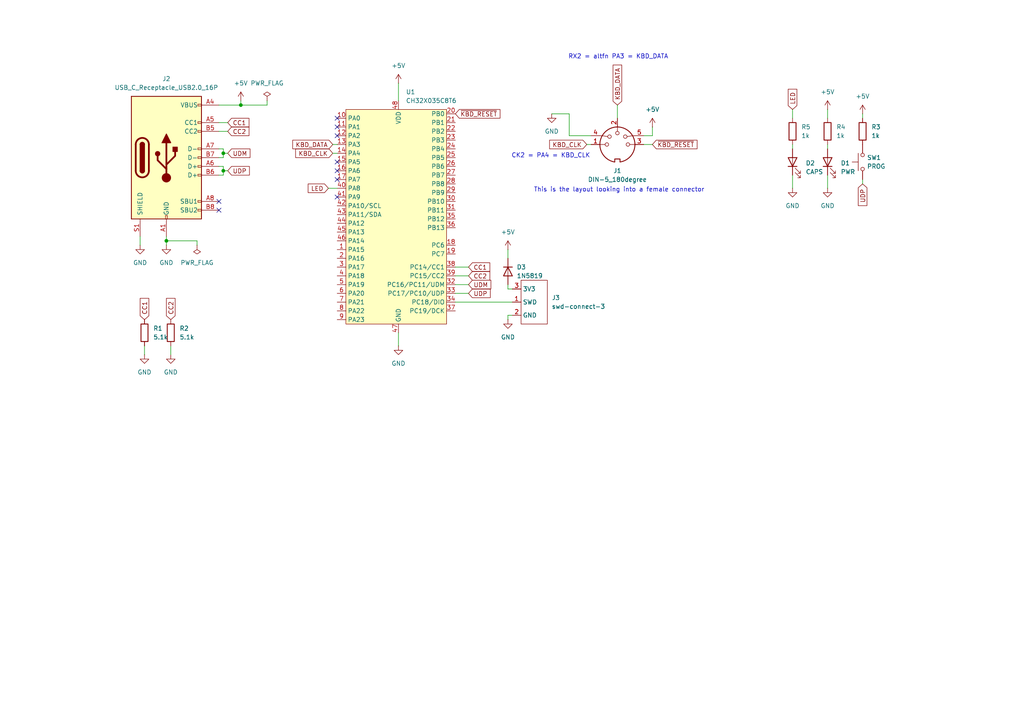
<source format=kicad_sch>
(kicad_sch (version 20250114) (generator "eeschema") (generator_version "9.0")
  (paper "A4")
  (lib_symbols
    (symbol "CH32X035C8T6:CH32X035C8T6"
      (property "Reference" "U" (at -12.7 29.464 0))
      (property "Value" "CH32X035C8T6" (at 0 0 0))
      (symbol "CH32X035C8T6_0_0"
        (pin unspecified line (at -17.78 21.59 0) (length 2.54) (name "PA0") (number "10"))
        (pin unspecified line (at -17.78 19.05 0) (length 2.54) (name "PA1") (number "11"))
        (pin unspecified line (at -17.78 16.51 0) (length 2.54) (name "PA2") (number "12"))
        (pin unspecified line (at -17.78 13.97 0) (length 2.54) (name "PA3") (number "13"))
        (pin unspecified line (at -17.78 11.43 0) (length 2.54) (name "PA4") (number "14"))
        (pin unspecified line (at -17.78 8.89 0) (length 2.54) (name "PA5") (number "15"))
        (pin unspecified line (at -17.78 6.35 0) (length 2.54) (name "PA6") (number "16"))
        (pin unspecified line (at -17.78 3.81 0) (length 2.54) (name "PA7") (number "17"))
        (pin unspecified line (at -17.78 1.27 0) (length 2.54) (name "PA8") (number "40"))
        (pin unspecified line (at -17.78 -1.27 0) (length 2.54) (name "PA9") (number "41"))
        (pin unspecified line (at -17.78 -3.81 0) (length 2.54) (name "PA10/SCL") (number "42"))
        (pin unspecified line (at -17.78 -8.89 0) (length 2.54) (name "PA12") (number "44"))
        (pin unspecified line (at -17.78 -11.43 0) (length 2.54) (name "PA13") (number "45"))
        (pin unspecified line (at -17.78 -13.97 0) (length 2.54) (name "PA14") (number "46"))
        (pin bidirectional line (at -17.78 -16.51 0) (length 2.54) (name "PA15") (number "1"))
        (pin bidirectional line (at -17.78 -19.05 0) (length 2.54) (name "PA16") (number "2"))
        (pin bidirectional line (at -17.78 -21.59 0) (length 2.54) (name "PA17") (number "3"))
        (pin bidirectional line (at -17.78 -24.13 0) (length 2.54) (name "PA18") (number "4"))
        (pin bidirectional line (at -17.78 -26.67 0) (length 2.54) (name "PA19") (number "5"))
        (pin bidirectional line (at -17.78 -29.21 0) (length 2.54) (name "PA20") (number "6"))
        (pin bidirectional line (at -17.78 -31.75 0) (length 2.54) (name "PA21") (number "7"))
        (pin unspecified line (at -17.78 -34.29 0) (length 2.54) (name "PA22") (number "8"))
        (pin unspecified line (at -17.78 -36.83 0) (length 2.54) (name "PA23") (number "9"))
        (pin power_in line (at 0 26.67 270) (length 2.54) (name "VDD") (number "48"))
        (pin power_in line (at 0 -40.64 90) (length 2.54) (name "GND") (number "47"))
        (pin unspecified line (at 16.51 22.86 180) (length 2.54) (name "PB0") (number "20"))
        (pin unspecified line (at 16.51 20.32 180) (length 2.54) (name "PB1") (number "21"))
        (pin unspecified line (at 16.51 17.78 180) (length 2.54) (name "PB2") (number "22"))
        (pin unspecified line (at 16.51 15.24 180) (length 2.54) (name "PB3") (number "23"))
        (pin unspecified line (at 16.51 12.7 180) (length 2.54) (name "PB4") (number "24"))
        (pin input line (at 16.51 10.16 180) (length 2.54) (name "PB5") (number "25"))
        (pin unspecified line (at 16.51 7.62 180) (length 2.54) (name "PB6") (number "26"))
        (pin unspecified line (at 16.51 5.08 180) (length 2.54) (name "PB7") (number "27"))
        (pin unspecified line (at 16.51 2.54 180) (length 2.54) (name "PB8") (number "28"))
        (pin unspecified line (at 16.51 0 180) (length 2.54) (name "PB9") (number "29"))
        (pin unspecified line (at 16.51 -2.54 180) (length 2.54) (name "PB10") (number "30"))
        (pin unspecified line (at 16.51 -5.08 180) (length 2.54) (name "PB11") (number "31"))
        (pin unspecified line (at 16.51 -7.62 180) (length 2.54) (name "PB12") (number "35"))
        (pin unspecified line (at 16.51 -10.16 180) (length 2.54) (name "PB13") (number "36"))
        (pin unspecified line (at 16.51 -15.24 180) (length 2.54) (name "PC6") (number "18"))
        (pin unspecified line (at 16.51 -17.78 180) (length 2.54) (name "PC7") (number "19"))
        (pin unspecified line (at 16.51 -21.59 180) (length 2.54) (name "PC14/CC1") (number "38"))
        (pin unspecified line (at 16.51 -24.13 180) (length 2.54) (name "PC15/CC2") (number "39"))
        (pin unspecified line (at 16.51 -26.67 180) (length 2.54) (name "PC16/PC11/UDM") (number "32"))
        (pin unspecified line (at 16.51 -29.21 180) (length 2.54) (name "PC17/PC10/UDP") (number "33"))
        (pin unspecified line (at 16.51 -31.75 180) (length 2.54) (name "PC18/DIO") (number "34"))
        (pin unspecified line (at 16.51 -34.29 180) (length 2.54) (name "PC19/DCK") (number "37"))
      )
      (symbol "CH32X035C8T6_1_0"
        (pin unspecified line (at -17.78 -6.35 0) (length 2.54) (name "PA11/SDA") (number "43"))
      )
      (symbol "CH32X035C8T6_1_1"
        (rectangle (start -15.24 24.13) (end 13.97 -38.1) (fill (type background)))
      )
    )
    (symbol "Connector:DIN-5_180degree" (pin_names (offset 1.016))
      (property "Reference" "J" (at 3.175 5.715 0))
      (property "Value" "DIN-5_180degree" (at 0 -6.35 0))
      (symbol "DIN-5_180degree_0_1"
        (polyline (pts (xy -5.08 2.54) (xy -4.318 2.54) (xy -2.794 2.286)))
        (polyline (pts (xy -5.08 0) (xy -3.556 0)))
        (circle (center -3.048 0) (radius 0.508))
        (circle (center -2.286 2.286) (radius 0.508))
        (polyline (pts (xy -0.762 -4.953) (xy -0.762 -4.191) (xy 0.762 -4.191) (xy 0.762 -4.953)) (stroke (width 0.254)))
        (arc (start 5.08 0) (mid 3.8673 -3.3444) (end 0.762 -5.08) (stroke (width 0.254)))
        (polyline (pts (xy 0 5.08) (xy 0 3.81)))
        (circle (center 0 3.302) (radius 0.508))
        (arc (start -5.08 0) (mid 0 5.0579) (end 5.08 0) (stroke (width 0.254)))
        (arc (start -0.762 -5.08) (mid -3.8597 -3.3379) (end -5.08 0) (stroke (width 0.254)))
        (circle (center 2.286 2.286) (radius 0.508))
        (circle (center 3.048 0) (radius 0.508))
        (polyline (pts (xy 5.08 2.54) (xy 4.318 2.54) (xy 2.794 2.286)))
        (polyline (pts (xy 5.08 0) (xy 3.556 0)))
      )
      (symbol "DIN-5_180degree_1_1"
        (pin passive line (at -7.62 2.54 0) (length 2.54) (name "~") (number "4"))
        (pin passive line (at -7.62 0 0) (length 2.54) (name "~") (number "1"))
        (pin passive line (at 0 7.62 270) (length 2.54) (name "~") (number "2"))
        (pin passive line (at 7.62 2.54 180) (length 2.54) (name "~") (number "5"))
        (pin passive line (at 7.62 0 180) (length 2.54) (name "~") (number "3"))
      )
    )
    (symbol "Connector:USB_C_Receptacle_USB2.0_16P" (pin_names (offset 1.016))
      (property "Reference" "J" (at 0 22.225 0))
      (property "Value" "USB_C_Receptacle_USB2.0_16P" (at 0 19.685 0))
      (symbol "USB_C_Receptacle_USB2.0_16P_0_0"
        (rectangle (start -0.254 -17.78) (end 0.254 -16.764))
        (rectangle (start 10.16 15.494) (end 9.144 14.986))
        (rectangle (start 10.16 10.414) (end 9.144 9.906))
        (rectangle (start 10.16 7.874) (end 9.144 7.366))
        (rectangle (start 10.16 2.794) (end 9.144 2.286))
        (rectangle (start 10.16 0.254) (end 9.144 -0.254))
        (rectangle (start 10.16 -2.286) (end 9.144 -2.794))
        (rectangle (start 10.16 -4.826) (end 9.144 -5.334))
        (rectangle (start 10.16 -12.446) (end 9.144 -12.954))
        (rectangle (start 10.16 -14.986) (end 9.144 -15.494))
      )
      (symbol "USB_C_Receptacle_USB2.0_16P_0_1"
        (rectangle (start -10.16 17.78) (end 10.16 -17.78) (stroke (width 0.254)) (fill (type background)))
        (polyline (pts (xy -8.89 -3.81) (xy -8.89 3.81)) (stroke (width 0.508)))
        (rectangle (start -7.62 -3.81) (end -6.35 3.81) (stroke (width 0.254)) (fill (type outline)))
        (arc (start -7.62 3.81) (mid -6.985 4.4423) (end -6.35 3.81) (stroke (width 0.254)))
        (arc (start -7.62 3.81) (mid -6.985 4.4423) (end -6.35 3.81) (stroke (width 0.254)) (fill (type outline)))
        (arc (start -8.89 3.81) (mid -6.985 5.7067) (end -5.08 3.81) (stroke (width 0.508)))
        (arc (start -5.08 -3.81) (mid -6.985 -5.7067) (end -8.89 -3.81) (stroke (width 0.508)))
        (arc (start -6.35 -3.81) (mid -6.985 -4.4423) (end -7.62 -3.81) (stroke (width 0.254)))
        (arc (start -6.35 -3.81) (mid -6.985 -4.4423) (end -7.62 -3.81) (stroke (width 0.254)) (fill (type outline)))
        (polyline (pts (xy -5.08 3.81) (xy -5.08 -3.81)) (stroke (width 0.508)))
        (circle (center -2.54 1.143) (radius 0.635) (stroke (width 0.254)) (fill (type outline)))
        (polyline (pts (xy -1.27 4.318) (xy 0 6.858) (xy 1.27 4.318) (xy -1.27 4.318)) (stroke (width 0.254)) (fill (type outline)))
        (polyline (pts (xy 0 -2.032) (xy 2.54 0.508) (xy 2.54 1.778)) (stroke (width 0.508)))
        (polyline (pts (xy 0 -3.302) (xy -2.54 -0.762) (xy -2.54 0.508)) (stroke (width 0.508)))
        (polyline (pts (xy 0 -5.842) (xy 0 4.318)) (stroke (width 0.508)))
        (circle (center 0 -5.842) (radius 1.27) (fill (type outline)))
        (rectangle (start 1.905 1.778) (end 3.175 3.048) (stroke (width 0.254)) (fill (type outline)))
      )
      (symbol "USB_C_Receptacle_USB2.0_16P_1_1"
        (pin passive line (at -7.62 -22.86 90) (length 5.08) (name "SHIELD") (number "S1"))
        (pin passive line (at 0 -22.86 90) (length 5.08) (name "GND") (number "A1"))
        (pin passive line (at 0 -22.86 90) (length 5.08) (hide yes) (name "GND") (number "A12"))
        (pin passive line (at 0 -22.86 90) (length 5.08) (hide yes) (name "GND") (number "B1"))
        (pin passive line (at 0 -22.86 90) (length 5.08) (hide yes) (name "GND") (number "B12"))
        (pin passive line (at 15.24 15.24 180) (length 5.08) (name "VBUS") (number "A4"))
        (pin passive line (at 15.24 15.24 180) (length 5.08) (hide yes) (name "VBUS") (number "A9"))
        (pin passive line (at 15.24 15.24 180) (length 5.08) (hide yes) (name "VBUS") (number "B4"))
        (pin passive line (at 15.24 15.24 180) (length 5.08) (hide yes) (name "VBUS") (number "B9"))
        (pin bidirectional line (at 15.24 10.16 180) (length 5.08) (name "CC1") (number "A5"))
        (pin bidirectional line (at 15.24 7.62 180) (length 5.08) (name "CC2") (number "B5"))
        (pin bidirectional line (at 15.24 2.54 180) (length 5.08) (name "D-") (number "A7"))
        (pin bidirectional line (at 15.24 0 180) (length 5.08) (name "D-") (number "B7"))
        (pin bidirectional line (at 15.24 -2.54 180) (length 5.08) (name "D+") (number "A6"))
        (pin bidirectional line (at 15.24 -5.08 180) (length 5.08) (name "D+") (number "B6"))
        (pin bidirectional line (at 15.24 -12.7 180) (length 5.08) (name "SBU1") (number "A8"))
        (pin bidirectional line (at 15.24 -15.24 180) (length 5.08) (name "SBU2") (number "B8"))
      )
    )
    (symbol "Device:D" (pin_numbers (hide yes)) (pin_names (offset 1.016) (hide yes))
      (property "Reference" "D" (at 0 2.54 0))
      (property "Value" "D" (at 0 -2.54 0))
      (symbol "D_0_1"
        (polyline (pts (xy -1.27 1.27) (xy -1.27 -1.27)) (stroke (width 0.254)))
        (polyline (pts (xy 1.27 1.27) (xy 1.27 -1.27) (xy -1.27 0) (xy 1.27 1.27)) (stroke (width 0.254)))
        (polyline (pts (xy 1.27 0) (xy -1.27 0)))
      )
      (symbol "D_1_1"
        (pin passive line (at -3.81 0 0) (length 2.54) (name "K") (number "1"))
        (pin passive line (at 3.81 0 180) (length 2.54) (name "A") (number "2"))
      )
    )
    (symbol "Device:LED" (pin_numbers (hide yes)) (pin_names (offset 1.016) (hide yes))
      (property "Reference" "D" (at 0 2.54 0))
      (property "Value" "LED" (at 0 -2.54 0))
      (symbol "LED_0_1"
        (polyline (pts (xy -3.048 -0.762) (xy -4.572 -2.286) (xy -3.81 -2.286) (xy -4.572 -2.286) (xy -4.572 -1.524)))
        (polyline (pts (xy -1.778 -0.762) (xy -3.302 -2.286) (xy -2.54 -2.286) (xy -3.302 -2.286) (xy -3.302 -1.524)))
        (polyline (pts (xy -1.27 0) (xy 1.27 0)))
        (polyline (pts (xy -1.27 -1.27) (xy -1.27 1.27)) (stroke (width 0.254)))
        (polyline (pts (xy 1.27 -1.27) (xy 1.27 1.27) (xy -1.27 0) (xy 1.27 -1.27)) (stroke (width 0.254)))
      )
      (symbol "LED_1_1"
        (pin passive line (at -3.81 0 0) (length 2.54) (name "K") (number "1"))
        (pin passive line (at 3.81 0 180) (length 2.54) (name "A") (number "2"))
      )
    )
    (symbol "Device:R" (pin_numbers (hide yes)) (pin_names (offset 0))
      (property "Reference" "R" (at 2.032 0 90))
      (property "Value" "R" (at 0 0 90))
      (symbol "R_0_1"
        (rectangle (start -1.016 -2.54) (end 1.016 2.54) (stroke (width 0.254)))
      )
      (symbol "R_1_1"
        (pin passive line (at 0 3.81 270) (length 1.27) (name "~") (number "1"))
        (pin passive line (at 0 -3.81 90) (length 1.27) (name "~") (number "2"))
      )
    )
    (symbol "Switch:SW_Push" (pin_numbers (hide yes)) (pin_names (offset 1.016) (hide yes))
      (property "Reference" "SW" (at 1.27 2.54 0))
      (property "Value" "SW_Push" (at 0 -1.524 0))
      (symbol "SW_Push_0_1"
        (circle (center -2.032 0) (radius 0.508))
        (polyline (pts (xy 0 1.27) (xy 0 3.048)))
        (circle (center 2.032 0) (radius 0.508))
        (polyline (pts (xy 2.54 1.27) (xy -2.54 1.27)))
        (pin passive line (at -5.08 0 0) (length 2.54) (name "1") (number "1"))
        (pin passive line (at 5.08 0 180) (length 2.54) (name "2") (number "2"))
      )
    )
    (symbol "power:+5V" (power) (pin_numbers (hide yes)) (pin_names (offset 0) (hide yes))
      (property "Value" "+5V" (at 0 3.556 0))
      (symbol "+5V_0_1"
        (polyline (pts (xy -0.762 1.27) (xy 0 2.54)))
        (polyline (pts (xy 0 2.54) (xy 0.762 1.27)))
        (polyline (pts (xy 0 0) (xy 0 2.54)))
      )
      (symbol "+5V_1_1"
        (pin power_in line (at 0 0 90) (length 0) (name "~") (number "1"))
      )
    )
    (symbol "power:GND" (power) (pin_numbers (hide yes)) (pin_names (offset 0) (hide yes))
      (property "Value" "GND" (at 0 -3.81 0))
      (symbol "GND_0_1"
        (polyline (pts (xy 0 0) (xy 0 -1.27) (xy 1.27 -1.27) (xy 0 -2.54) (xy -1.27 -1.27) (xy 0 -1.27)))
      )
      (symbol "GND_1_1"
        (pin power_in line (at 0 0 270) (length 0) (name "~") (number "1"))
      )
    )
    (symbol "power:PWR_FLAG" (power) (pin_numbers (hide yes)) (pin_names (offset 0) (hide yes))
      (property "Value" "PWR_FLAG" (at 0 3.81 0))
      (symbol "PWR_FLAG_0_0"
        (pin power_out line (at 0 0 90) (length 0) (name "~") (number "1"))
      )
      (symbol "PWR_FLAG_0_1"
        (polyline (pts (xy 0 0) (xy 0 1.27) (xy -1.016 1.905) (xy 0 2.54) (xy 1.016 1.905) (xy 0 1.27)))
      )
    )
    (symbol "swd-connect:swd-connect-3" (in_bom no)
      (property "Reference" "J" (at 0 7.62 0))
      (property "Value" "swd-connect-3" (at 0 -7.62 0))
      (symbol "swd-connect-3_0_1"
        (rectangle (start -3.81 6.35) (end 3.81 -6.35))
      )
      (symbol "swd-connect-3_1_1"
        (pin unspecified line (at -6.35 3.81 0) (length 2.54) (name "3V3") (number "3"))
        (pin unspecified line (at -6.35 0 0) (length 2.54) (name "SWD") (number "1"))
        (pin unspecified line (at -6.35 -3.81 0) (length 2.54) (name "GND") (number "2"))
      )
    )
  )
  (text "RX2 = altfn PA3 = KBD_DATA" (at 179.324 16.51 0) (effects (font (size 1.27 1.27))))
  (text "CK2 = PA4 = KBD_CLK" (at 159.766 45.212 0) (effects (font (size 1.27 1.27))))
  (text "This is the layout looking into a female connector" (at 179.578 55.118 0) (effects (font (size 1.27 1.27))))
  (junction (at 69.85 30.48))
  (junction (at 64.77 44.45))
  (junction (at 64.77 49.53))
  (junction (at 48.26 69.85))
  (no_connect (at 97.79 46.99))
  (no_connect (at 97.79 49.53))
  (no_connect (at 97.79 57.15))
  (no_connect (at 97.79 34.29))
  (no_connect (at 97.79 36.83))
  (no_connect (at 63.5 58.42))
  (no_connect (at 63.5 60.96))
  (no_connect (at 97.79 52.07))
  (no_connect (at 97.79 39.37))
  (wire (pts (xy 115.57 24.13) (xy 115.57 29.21)))
  (wire (pts (xy 240.03 41.91) (xy 240.03 43.18)))
  (wire (pts (xy 64.77 44.45) (xy 64.77 43.18)))
  (wire (pts (xy 64.77 50.8) (xy 64.77 49.53)))
  (wire (pts (xy 240.03 50.8) (xy 240.03 54.61)))
  (wire (pts (xy 96.52 41.91) (xy 97.79 41.91)))
  (wire (pts (xy 147.32 91.44) (xy 147.32 92.71)))
  (wire (pts (xy 48.26 68.58) (xy 48.26 69.85)))
  (wire (pts (xy 41.91 100.33) (xy 41.91 102.87)))
  (wire (pts (xy 69.85 30.48) (xy 63.5 30.48)))
  (wire (pts (xy 240.03 31.75) (xy 240.03 34.29)))
  (wire (pts (xy 147.32 83.82) (xy 147.32 82.55)))
  (wire (pts (xy 189.23 39.37) (xy 189.23 36.83)))
  (wire (pts (xy 160.02 33.02) (xy 165.1 33.02)))
  (wire (pts (xy 96.52 44.45) (xy 97.79 44.45)))
  (wire (pts (xy 165.1 33.02) (xy 165.1 39.37)))
  (wire (pts (xy 57.15 71.12) (xy 57.15 69.85)))
  (wire (pts (xy 170.18 41.91) (xy 171.45 41.91)))
  (wire (pts (xy 48.26 69.85) (xy 48.26 71.12)))
  (wire (pts (xy 64.77 48.26) (xy 64.77 49.53)))
  (wire (pts (xy 69.85 29.21) (xy 69.85 30.48)))
  (wire (pts (xy 66.04 38.1) (xy 63.5 38.1)))
  (wire (pts (xy 64.77 44.45) (xy 64.77 45.72)))
  (wire (pts (xy 95.25 54.61) (xy 97.79 54.61)))
  (wire (pts (xy 66.04 35.56) (xy 63.5 35.56)))
  (wire (pts (xy 132.08 87.63) (xy 148.59 87.63)))
  (wire (pts (xy 135.89 82.55) (xy 132.08 82.55)))
  (wire (pts (xy 77.47 29.21) (xy 77.47 30.48)))
  (wire (pts (xy 148.59 83.82) (xy 147.32 83.82)))
  (wire (pts (xy 250.19 52.07) (xy 250.19 53.34)))
  (wire (pts (xy 64.77 49.53) (xy 66.04 49.53)))
  (wire (pts (xy 132.08 85.09) (xy 135.89 85.09)))
  (wire (pts (xy 48.26 69.85) (xy 57.15 69.85)))
  (wire (pts (xy 77.47 30.48) (xy 69.85 30.48)))
  (wire (pts (xy 63.5 48.26) (xy 64.77 48.26)))
  (wire (pts (xy 64.77 43.18) (xy 63.5 43.18)))
  (wire (pts (xy 229.87 41.91) (xy 229.87 43.18)))
  (wire (pts (xy 115.57 96.52) (xy 115.57 100.33)))
  (wire (pts (xy 186.69 41.91) (xy 189.23 41.91)))
  (wire (pts (xy 63.5 50.8) (xy 64.77 50.8)))
  (wire (pts (xy 229.87 31.75) (xy 229.87 34.29)))
  (wire (pts (xy 148.59 91.44) (xy 147.32 91.44)))
  (wire (pts (xy 132.08 80.01) (xy 135.89 80.01)))
  (wire (pts (xy 132.08 77.47) (xy 135.89 77.47)))
  (wire (pts (xy 229.87 50.8) (xy 229.87 54.61)))
  (wire (pts (xy 165.1 39.37) (xy 171.45 39.37)))
  (wire (pts (xy 179.07 30.48) (xy 179.07 34.29)))
  (wire (pts (xy 186.69 39.37) (xy 189.23 39.37)))
  (wire (pts (xy 250.19 33.02) (xy 250.19 34.29)))
  (wire (pts (xy 147.32 72.39) (xy 147.32 74.93)))
  (wire (pts (xy 40.64 68.58) (xy 40.64 71.12)))
  (wire (pts (xy 49.53 100.33) (xy 49.53 102.87)))
  (wire (pts (xy 66.04 44.45) (xy 64.77 44.45)))
  (wire (pts (xy 64.77 45.72) (xy 63.5 45.72)))
  (global_label "KBD_CLK" (shape input) (at 96.52 44.45 180) (property "Intersheetrefs" "${INTERSHEET_REFS}" (effects (hide yes))))
  (global_label "UDP" (shape input) (at 250.19 53.34 270) (property "Intersheetrefs" "${INTERSHEET_REFS}" (effects (hide yes))))
  (global_label "LED" (shape input) (at 229.87 31.75 90) (property "Intersheetrefs" "${INTERSHEET_REFS}" (effects (hide yes))))
  (global_label "UDM" (shape input) (at 135.89 82.55 0) (property "Intersheetrefs" "${INTERSHEET_REFS}" (effects (hide yes))))
  (global_label "CC2" (shape input) (at 66.04 38.1 0) (property "Intersheetrefs" "${INTERSHEET_REFS}" (effects (hide yes))))
  (global_label "CC1" (shape input) (at 41.91 92.71 90) (property "Intersheetrefs" "${INTERSHEET_REFS}" (effects (hide yes))))
  (global_label "LED" (shape input) (at 95.25 54.61 180) (property "Intersheetrefs" "${INTERSHEET_REFS}" (effects (hide yes))))
  (global_label "UDM" (shape input) (at 66.04 44.45 0) (property "Intersheetrefs" "${INTERSHEET_REFS}" (effects (hide yes))))
  (global_label "~{KBD_RESET}" (shape input) (at 132.08 33.02 0) (property "Intersheetrefs" "${INTERSHEET_REFS}" (effects (hide yes))))
  (global_label "UDP" (shape input) (at 66.04 49.53 0) (property "Intersheetrefs" "${INTERSHEET_REFS}" (effects (hide yes))))
  (global_label "CC1" (shape input) (at 66.04 35.56 0) (property "Intersheetrefs" "${INTERSHEET_REFS}" (effects (hide yes))))
  (global_label "CC1" (shape input) (at 135.89 77.47 0) (property "Intersheetrefs" "${INTERSHEET_REFS}" (effects (hide yes))))
  (global_label "~{KBD_RESET}" (shape input) (at 189.23 41.91 0) (property "Intersheetrefs" "${INTERSHEET_REFS}" (effects (hide yes))))
  (global_label "KBD_DATA" (shape input) (at 96.52 41.91 180) (property "Intersheetrefs" "${INTERSHEET_REFS}" (effects (hide yes))))
  (global_label "KBD_CLK" (shape input) (at 170.18 41.91 180) (property "Intersheetrefs" "${INTERSHEET_REFS}" (effects (hide yes))))
  (global_label "KBD_DATA" (shape input) (at 179.07 30.48 90) (property "Intersheetrefs" "${INTERSHEET_REFS}" (effects (hide yes))))
  (global_label "CC2" (shape input) (at 135.89 80.01 0) (property "Intersheetrefs" "${INTERSHEET_REFS}" (effects (hide yes))))
  (global_label "UDP" (shape input) (at 135.89 85.09 0) (property "Intersheetrefs" "${INTERSHEET_REFS}" (effects (hide yes))))
  (global_label "CC2" (shape input) (at 49.53 92.71 90) (property "Intersheetrefs" "${INTERSHEET_REFS}" (effects (hide yes))))
  (symbol (lib_id "Device:LED") (at 240.03 46.99 90) (unit 1)
    (property "Reference" "D1" (at 243.84 47.3074 90) (effects (justify right)))
    (property "Value" "PWR" (at 243.84 49.8474 90) (effects (justify right)))
    (property "Footprint" "LED_SMD:LED_0603_1608Metric" (effects (hide yes)))
    (property "Description" "Light emitting diode" (effects (hide yes)))
    (property "Sim.Pins" "1=K 2=A" (effects (hide yes)))
    (property "LCSC" "C2286" (effects (hide yes)))
  )
  (symbol (lib_id "power:GND") (at 49.53 102.87 0) (unit 1)
    (property "Reference" "#PWR02" (effects (hide yes)))
    (property "Value" "GND" (at 49.53 107.95 0))
    (property "Description" "Power symbol creates a global label with name \"GND\" , ground" (effects (hide yes)))
  )
  (symbol (lib_id "Device:R") (at 240.03 38.1 0) (unit 1)
    (property "Reference" "R4" (at 242.57 36.8299 0) (effects (justify left)))
    (property "Value" "1k" (at 242.57 39.3699 0) (effects (justify left)))
    (property "Footprint" "Resistor_SMD:R_0402_1005Metric" (effects (hide yes)))
    (property "Description" "Resistor" (effects (hide yes)))
    (property "LCSC" "C11702" (effects (hide yes)))
  )
  (symbol (lib_id "power:PWR_FLAG") (at 77.47 29.21 0) (unit 1)
    (property "Reference" "#FLG01" (effects (hide yes)))
    (property "Value" "PWR_FLAG" (at 77.47 24.13 0))
    (property "Description" "Special symbol for telling ERC where power comes from" (effects (hide yes)))
  )
  (symbol (lib_id "power:PWR_FLAG") (at 57.15 71.12 180) (unit 1)
    (property "Reference" "#FLG02" (effects (hide yes)))
    (property "Value" "PWR_FLAG" (at 57.15 76.2 0))
    (property "Description" "Special symbol for telling ERC where power comes from" (effects (hide yes)))
  )
  (symbol (lib_id "power:GND") (at 41.91 102.87 0) (unit 1)
    (property "Reference" "#PWR01" (effects (hide yes)))
    (property "Value" "GND" (at 41.91 107.95 0))
    (property "Description" "Power symbol creates a global label with name \"GND\" , ground" (effects (hide yes)))
  )
  (symbol (lib_id "Connector:USB_C_Receptacle_USB2.0_16P") (at 48.26 45.72 0) (unit 1)
    (property "Reference" "J2" (at 48.26 22.86 0))
    (property "Value" "USB_C_Receptacle_USB2.0_16P" (at 48.26 25.4 0))
    (property "Footprint" "Connector_USB:USB_C_Receptacle_G-Switch_GT-USB-7010ASV" (effects (hide yes)))
    (property "Datasheet" "https://www.usb.org/sites/default/files/documents/usb_type-c.zip" (effects (hide yes)))
    (property "Description" "USB 2.0-only 16P Type-C Receptacle connector" (effects (hide yes)))
    (property "LCSC" "C2765186" (effects (hide yes)))
  )
  (symbol (lib_id "Device:R") (at 41.91 96.52 0) (unit 1)
    (property "Reference" "R1" (at 44.45 95.2499 0) (effects (justify left)))
    (property "Value" "5.1k" (at 44.45 97.7899 0) (effects (justify left)))
    (property "Footprint" "Resistor_SMD:R_0402_1005Metric" (effects (hide yes)))
    (property "Description" "Resistor" (effects (hide yes)))
    (property "LCSC" "C25905" (effects (hide yes)))
  )
  (symbol (lib_id "power:+5V") (at 115.57 24.13 0) (unit 1)
    (property "Reference" "#PWR04" (effects (hide yes)))
    (property "Value" "+5V" (at 115.57 19.05 0))
    (property "Description" "Power symbol creates a global label with name \"+5V\"" (effects (hide yes)))
  )
  (symbol (lib_id "power:+5V") (at 189.23 36.83 0) (unit 1)
    (property "Reference" "#PWR08" (effects (hide yes)))
    (property "Value" "+5V" (at 189.23 31.75 0))
    (property "Description" "Power symbol creates a global label with name \"+5V\"" (effects (hide yes)))
  )
  (symbol (lib_id "power:GND") (at 160.02 33.02 0) (unit 1)
    (property "Reference" "#PWR09" (effects (hide yes)))
    (property "Value" "GND" (at 160.02 38.1 0))
    (property "Description" "Power symbol creates a global label with name \"GND\" , ground" (effects (hide yes)))
  )
  (symbol (lib_id "power:GND") (at 115.57 100.33 0) (unit 1)
    (property "Reference" "#PWR03" (effects (hide yes)))
    (property "Value" "GND" (at 115.57 105.41 0))
    (property "Description" "Power symbol creates a global label with name \"GND\" , ground" (effects (hide yes)))
  )
  (symbol (lib_id "power:GND") (at 229.87 54.61 0) (unit 1)
    (property "Reference" "#PWR014" (effects (hide yes)))
    (property "Value" "GND" (at 229.87 59.69 0))
    (property "Description" "Power symbol creates a global label with name \"GND\" , ground" (effects (hide yes)))
  )
  (symbol (lib_id "Device:LED") (at 229.87 46.99 90) (unit 1)
    (property "Reference" "D2" (at 233.68 47.3074 90) (effects (justify right)))
    (property "Value" "CAPS" (at 233.68 49.8474 90) (effects (justify right)))
    (property "Footprint" "LED_SMD:LED_0603_1608Metric" (effects (hide yes)))
    (property "Description" "Light emitting diode" (effects (hide yes)))
    (property "Sim.Pins" "1=K 2=A" (effects (hide yes)))
    (property "LCSC" "C2290" (effects (hide yes)))
  )
  (symbol (lib_id "power:+5V") (at 69.85 29.21 0) (unit 1)
    (property "Reference" "#PWR07" (effects (hide yes)))
    (property "Value" "+5V" (at 69.85 24.13 0))
    (property "Description" "Power symbol creates a global label with name \"+5V\"" (effects (hide yes)))
  )
  (symbol (lib_id "power:+5V") (at 147.32 72.39 0) (unit 1)
    (property "Reference" "#PWR015" (effects (hide yes)))
    (property "Value" "+5V" (at 147.32 67.31 0))
    (property "Description" "Power symbol creates a global label with name \"+5V\"" (effects (hide yes)))
  )
  (symbol (lib_id "Device:D") (at 147.32 78.74 270) (unit 1)
    (property "Reference" "D3" (at 149.86 77.4699 90) (effects (justify left)))
    (property "Value" "1N5819" (at 149.86 80.0099 90) (effects (justify left)))
    (property "Footprint" "Diode_SMD:D_SOD-323" (effects (hide yes)))
    (property "Description" "Diode" (effects (hide yes)))
    (property "Sim.Device" "D" (effects (hide yes)))
    (property "Sim.Pins" "1=K 2=A" (effects (hide yes)))
    (property "LCSC" "C191023" (effects (hide yes)))
  )
  (symbol (lib_id "Connector:DIN-5_180degree") (at 179.07 41.91 0) (unit 1)
    (property "Reference" "J1" (at 179.07 49.53 0))
    (property "Value" "DIN-5_180degree" (at 179.07 52.07 0))
    (property "Footprint" "DIN5:HOOYA-DIN_504B_M5" (effects (hide yes)))
    (property "Datasheet" "https://lcsc.com/product-detail/Circular-DIN-Connectors_HOOYA-DIN-504-M5_C20611693.html" (effects (hide yes)))
    (property "Description" "5-pin DIN connector (5-pin DIN-5 stereo)" (effects (hide yes)))
    (property "LCSC" "C20611696" (effects (hide yes)))
  )
  (symbol (lib_id "power:GND") (at 147.32 92.71 0) (unit 1)
    (property "Reference" "#PWR013" (effects (hide yes)))
    (property "Value" "GND" (at 147.32 97.79 0))
    (property "Description" "Power symbol creates a global label with name \"GND\" , ground" (effects (hide yes)))
  )
  (symbol (lib_id "Device:R") (at 250.19 38.1 0) (unit 1)
    (property "Reference" "R3" (at 252.73 36.8299 0) (effects (justify left)))
    (property "Value" "1k" (at 252.73 39.3699 0) (effects (justify left)))
    (property "Footprint" "Resistor_SMD:R_0402_1005Metric" (effects (hide yes)))
    (property "Description" "Resistor" (effects (hide yes)))
    (property "LCSC" "C11702" (effects (hide yes)))
  )
  (symbol (lib_id "Device:R") (at 49.53 96.52 0) (unit 1)
    (property "Reference" "R2" (at 52.07 95.2499 0) (effects (justify left)))
    (property "Value" "5.1k" (at 52.07 97.7899 0) (effects (justify left)))
    (property "Footprint" "Resistor_SMD:R_0402_1005Metric" (effects (hide yes)))
    (property "Description" "Resistor" (effects (hide yes)))
    (property "LCSC" "C25905" (effects (hide yes)))
  )
  (symbol (lib_id "power:+5V") (at 240.03 31.75 0) (unit 1)
    (property "Reference" "#PWR011" (effects (hide yes)))
    (property "Value" "+5V" (at 240.03 26.67 0))
    (property "Description" "Power symbol creates a global label with name \"+5V\"" (effects (hide yes)))
  )
  (symbol (lib_id "swd-connect:swd-connect-3") (at 154.94 87.63 0) (unit 1) (in_bom no)
    (property "Reference" "J3" (at 160.02 86.3599 0) (effects (justify left)))
    (property "Value" "swd-connect-3" (at 160.02 88.8999 0) (effects (justify left)))
    (property "Footprint" "swd-connect:swd-connect-3-mcu-tight" (effects (hide yes)))
    (property "Description" "Simple SWD programming footprint (MCU side)" (effects (hide yes)))
  )
  (symbol (lib_id "power:GND") (at 48.26 71.12 0) (unit 1)
    (property "Reference" "#PWR05" (effects (hide yes)))
    (property "Value" "GND" (at 48.26 76.2 0))
    (property "Description" "Power symbol creates a global label with name \"GND\" , ground" (effects (hide yes)))
  )
  (symbol (lib_id "Switch:SW_Push") (at 250.19 46.99 90) (unit 1)
    (property "Reference" "SW1" (at 251.46 45.7199 90) (effects (justify right)))
    (property "Value" "PROG" (at 251.46 48.2599 90) (effects (justify right)))
    (property "Footprint" "Button_Switch_SMD:SW_Push_1P1T_XKB_TS-1187A" (effects (hide yes)))
    (property "Description" "Push button switch, generic, two pins" (effects (hide yes)))
    (property "LCSC" "C318884" (effects (hide yes)))
  )
  (symbol (lib_id "power:GND") (at 240.03 54.61 0) (unit 1)
    (property "Reference" "#PWR012" (effects (hide yes)))
    (property "Value" "GND" (at 240.03 59.69 0))
    (property "Description" "Power symbol creates a global label with name \"GND\" , ground" (effects (hide yes)))
  )
  (symbol (lib_id "power:+5V") (at 250.19 33.02 0) (unit 1)
    (property "Reference" "#PWR010" (effects (hide yes)))
    (property "Value" "+5V" (at 250.19 27.94 0))
    (property "Description" "Power symbol creates a global label with name \"+5V\"" (effects (hide yes)))
  )
  (symbol (lib_id "Device:R") (at 229.87 38.1 0) (unit 1)
    (property "Reference" "R5" (at 232.41 36.8299 0) (effects (justify left)))
    (property "Value" "1k" (at 232.41 39.3699 0) (effects (justify left)))
    (property "Footprint" "Resistor_SMD:R_0402_1005Metric" (effects (hide yes)))
    (property "Description" "Resistor" (effects (hide yes)))
    (property "LCSC" "C11702" (effects (hide yes)))
  )
  (symbol (lib_id "CH32X035C8T6:CH32X035C8T6") (at 115.57 55.88 0) (unit 1)
    (property "Reference" "U1" (at 117.7133 26.67 0) (effects (justify left)))
    (property "Value" "CH32X035C8T6" (at 117.7133 29.21 0) (effects (justify left)))
    (property "Footprint" "Package_QFP:LQFP-48_7x7mm_P0.5mm" (effects (hide yes)))
    (property "Description" "32 bit RISC-V Microcontroller" (effects (hide yes)))
    (property "LCSC" "C29779902" (effects (hide yes)))
  )
  (symbol (lib_id "power:GND") (at 40.64 71.12 0) (unit 1)
    (property "Reference" "#PWR06" (effects (hide yes)))
    (property "Value" "GND" (at 40.64 76.2 0))
    (property "Description" "Power symbol creates a global label with name \"GND\" , ground" (effects (hide yes)))
  )
)
</source>
